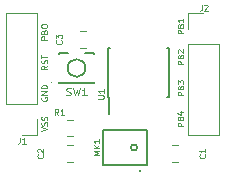
<source format=gbr>
G04 #@! TF.GenerationSoftware,KiCad,Pcbnew,(5.0.1)-4*
G04 #@! TF.CreationDate,2019-02-09T15:25:37-05:00*
G04 #@! TF.ProjectId,noname.kicad_pcb_V1_2,6E6F6E616D652E6B696361645F706362,rev?*
G04 #@! TF.SameCoordinates,Original*
G04 #@! TF.FileFunction,Legend,Top*
G04 #@! TF.FilePolarity,Positive*
%FSLAX46Y46*%
G04 Gerber Fmt 4.6, Leading zero omitted, Abs format (unit mm)*
G04 Created by KiCad (PCBNEW (5.0.1)-4) date 2/9/2019 3:25:37 PM*
%MOMM*%
%LPD*%
G01*
G04 APERTURE LIST*
%ADD10C,0.125000*%
%ADD11C,0.100000*%
%ADD12C,0.127000*%
%ADD13C,0.150000*%
%ADD14C,0.254000*%
%ADD15C,0.200000*%
%ADD16C,0.120000*%
%ADD17C,0.050000*%
G04 APERTURE END LIST*
D10*
X102113590Y-61359003D02*
X102613590Y-61192337D01*
X102113590Y-61025670D01*
X102589780Y-60882813D02*
X102613590Y-60811384D01*
X102613590Y-60692337D01*
X102589780Y-60644718D01*
X102565971Y-60620908D01*
X102518352Y-60597099D01*
X102470733Y-60597099D01*
X102423114Y-60620908D01*
X102399304Y-60644718D01*
X102375495Y-60692337D01*
X102351685Y-60787575D01*
X102327876Y-60835194D01*
X102304066Y-60859003D01*
X102256447Y-60882813D01*
X102208828Y-60882813D01*
X102161209Y-60859003D01*
X102137400Y-60835194D01*
X102113590Y-60787575D01*
X102113590Y-60668527D01*
X102137400Y-60597099D01*
X102589780Y-60406622D02*
X102613590Y-60335194D01*
X102613590Y-60216146D01*
X102589780Y-60168527D01*
X102565971Y-60144718D01*
X102518352Y-60120908D01*
X102470733Y-60120908D01*
X102423114Y-60144718D01*
X102399304Y-60168527D01*
X102375495Y-60216146D01*
X102351685Y-60311384D01*
X102327876Y-60359003D01*
X102304066Y-60382813D01*
X102256447Y-60406622D01*
X102208828Y-60406622D01*
X102161209Y-60382813D01*
X102137400Y-60359003D01*
X102113590Y-60311384D01*
X102113590Y-60192337D01*
X102137400Y-60120908D01*
X102137400Y-58501860D02*
X102113590Y-58549480D01*
X102113590Y-58620908D01*
X102137400Y-58692337D01*
X102185019Y-58739956D01*
X102232638Y-58763765D01*
X102327876Y-58787575D01*
X102399304Y-58787575D01*
X102494542Y-58763765D01*
X102542161Y-58739956D01*
X102589780Y-58692337D01*
X102613590Y-58620908D01*
X102613590Y-58573289D01*
X102589780Y-58501860D01*
X102565971Y-58478051D01*
X102399304Y-58478051D01*
X102399304Y-58573289D01*
X102613590Y-58263765D02*
X102113590Y-58263765D01*
X102613590Y-57978051D01*
X102113590Y-57978051D01*
X102613590Y-57739956D02*
X102113590Y-57739956D01*
X102113590Y-57620908D01*
X102137400Y-57549480D01*
X102185019Y-57501860D01*
X102232638Y-57478051D01*
X102327876Y-57454241D01*
X102399304Y-57454241D01*
X102494542Y-57478051D01*
X102542161Y-57501860D01*
X102589780Y-57549480D01*
X102613590Y-57620908D01*
X102613590Y-57739956D01*
X102613590Y-55811384D02*
X102375495Y-55978051D01*
X102613590Y-56097099D02*
X102113590Y-56097099D01*
X102113590Y-55906622D01*
X102137400Y-55859003D01*
X102161209Y-55835194D01*
X102208828Y-55811384D01*
X102280257Y-55811384D01*
X102327876Y-55835194D01*
X102351685Y-55859003D01*
X102375495Y-55906622D01*
X102375495Y-56097099D01*
X102589780Y-55620908D02*
X102613590Y-55549480D01*
X102613590Y-55430432D01*
X102589780Y-55382813D01*
X102565971Y-55359003D01*
X102518352Y-55335194D01*
X102470733Y-55335194D01*
X102423114Y-55359003D01*
X102399304Y-55382813D01*
X102375495Y-55430432D01*
X102351685Y-55525670D01*
X102327876Y-55573289D01*
X102304066Y-55597099D01*
X102256447Y-55620908D01*
X102208828Y-55620908D01*
X102161209Y-55597099D01*
X102137400Y-55573289D01*
X102113590Y-55525670D01*
X102113590Y-55406622D01*
X102137400Y-55335194D01*
X102113590Y-55192337D02*
X102113590Y-54906622D01*
X102613590Y-55049480D02*
X102113590Y-55049480D01*
X102613590Y-53597099D02*
X102113590Y-53597099D01*
X102113590Y-53406622D01*
X102137400Y-53359003D01*
X102161209Y-53335194D01*
X102208828Y-53311384D01*
X102280257Y-53311384D01*
X102327876Y-53335194D01*
X102351685Y-53359003D01*
X102375495Y-53406622D01*
X102375495Y-53597099D01*
X102351685Y-52930432D02*
X102375495Y-52859003D01*
X102399304Y-52835194D01*
X102446923Y-52811384D01*
X102518352Y-52811384D01*
X102565971Y-52835194D01*
X102589780Y-52859003D01*
X102613590Y-52906622D01*
X102613590Y-53097099D01*
X102113590Y-53097099D01*
X102113590Y-52930432D01*
X102137400Y-52882813D01*
X102161209Y-52859003D01*
X102208828Y-52835194D01*
X102256447Y-52835194D01*
X102304066Y-52859003D01*
X102327876Y-52882813D01*
X102351685Y-52930432D01*
X102351685Y-53097099D01*
X102113590Y-52501860D02*
X102113590Y-52406622D01*
X102137400Y-52359003D01*
X102185019Y-52311384D01*
X102280257Y-52287575D01*
X102446923Y-52287575D01*
X102542161Y-52311384D01*
X102589780Y-52359003D01*
X102613590Y-52406622D01*
X102613590Y-52501860D01*
X102589780Y-52549480D01*
X102542161Y-52597099D01*
X102446923Y-52620908D01*
X102280257Y-52620908D01*
X102185019Y-52597099D01*
X102137400Y-52549480D01*
X102113590Y-52501860D01*
X114145190Y-60935619D02*
X113645190Y-60935619D01*
X113645190Y-60745142D01*
X113669000Y-60697523D01*
X113692809Y-60673714D01*
X113740428Y-60649904D01*
X113811857Y-60649904D01*
X113859476Y-60673714D01*
X113883285Y-60697523D01*
X113907095Y-60745142D01*
X113907095Y-60935619D01*
X113883285Y-60268952D02*
X113907095Y-60197523D01*
X113930904Y-60173714D01*
X113978523Y-60149904D01*
X114049952Y-60149904D01*
X114097571Y-60173714D01*
X114121380Y-60197523D01*
X114145190Y-60245142D01*
X114145190Y-60435619D01*
X113645190Y-60435619D01*
X113645190Y-60268952D01*
X113669000Y-60221333D01*
X113692809Y-60197523D01*
X113740428Y-60173714D01*
X113788047Y-60173714D01*
X113835666Y-60197523D01*
X113859476Y-60221333D01*
X113883285Y-60268952D01*
X113883285Y-60435619D01*
X113811857Y-59721333D02*
X114145190Y-59721333D01*
X113621380Y-59840380D02*
X113978523Y-59959428D01*
X113978523Y-59649904D01*
X114145190Y-58316571D02*
X113645190Y-58316571D01*
X113645190Y-58126095D01*
X113669000Y-58078476D01*
X113692809Y-58054666D01*
X113740428Y-58030857D01*
X113811857Y-58030857D01*
X113859476Y-58054666D01*
X113883285Y-58078476D01*
X113907095Y-58126095D01*
X113907095Y-58316571D01*
X113883285Y-57649904D02*
X113907095Y-57578476D01*
X113930904Y-57554666D01*
X113978523Y-57530857D01*
X114049952Y-57530857D01*
X114097571Y-57554666D01*
X114121380Y-57578476D01*
X114145190Y-57626095D01*
X114145190Y-57816571D01*
X113645190Y-57816571D01*
X113645190Y-57649904D01*
X113669000Y-57602285D01*
X113692809Y-57578476D01*
X113740428Y-57554666D01*
X113788047Y-57554666D01*
X113835666Y-57578476D01*
X113859476Y-57602285D01*
X113883285Y-57649904D01*
X113883285Y-57816571D01*
X113645190Y-57364190D02*
X113645190Y-57054666D01*
X113835666Y-57221333D01*
X113835666Y-57149904D01*
X113859476Y-57102285D01*
X113883285Y-57078476D01*
X113930904Y-57054666D01*
X114049952Y-57054666D01*
X114097571Y-57078476D01*
X114121380Y-57102285D01*
X114145190Y-57149904D01*
X114145190Y-57292761D01*
X114121380Y-57340380D01*
X114097571Y-57364190D01*
X114145190Y-55697523D02*
X113645190Y-55697523D01*
X113645190Y-55507047D01*
X113669000Y-55459428D01*
X113692809Y-55435619D01*
X113740428Y-55411809D01*
X113811857Y-55411809D01*
X113859476Y-55435619D01*
X113883285Y-55459428D01*
X113907095Y-55507047D01*
X113907095Y-55697523D01*
X113883285Y-55030857D02*
X113907095Y-54959428D01*
X113930904Y-54935619D01*
X113978523Y-54911809D01*
X114049952Y-54911809D01*
X114097571Y-54935619D01*
X114121380Y-54959428D01*
X114145190Y-55007047D01*
X114145190Y-55197523D01*
X113645190Y-55197523D01*
X113645190Y-55030857D01*
X113669000Y-54983238D01*
X113692809Y-54959428D01*
X113740428Y-54935619D01*
X113788047Y-54935619D01*
X113835666Y-54959428D01*
X113859476Y-54983238D01*
X113883285Y-55030857D01*
X113883285Y-55197523D01*
X113692809Y-54721333D02*
X113669000Y-54697523D01*
X113645190Y-54649904D01*
X113645190Y-54530857D01*
X113669000Y-54483238D01*
X113692809Y-54459428D01*
X113740428Y-54435619D01*
X113788047Y-54435619D01*
X113859476Y-54459428D01*
X114145190Y-54745142D01*
X114145190Y-54435619D01*
X114145190Y-53078476D02*
X113645190Y-53078476D01*
X113645190Y-52888000D01*
X113669000Y-52840380D01*
X113692809Y-52816571D01*
X113740428Y-52792761D01*
X113811857Y-52792761D01*
X113859476Y-52816571D01*
X113883285Y-52840380D01*
X113907095Y-52888000D01*
X113907095Y-53078476D01*
X113883285Y-52411809D02*
X113907095Y-52340380D01*
X113930904Y-52316571D01*
X113978523Y-52292761D01*
X114049952Y-52292761D01*
X114097571Y-52316571D01*
X114121380Y-52340380D01*
X114145190Y-52388000D01*
X114145190Y-52578476D01*
X113645190Y-52578476D01*
X113645190Y-52411809D01*
X113669000Y-52364190D01*
X113692809Y-52340380D01*
X113740428Y-52316571D01*
X113788047Y-52316571D01*
X113835666Y-52340380D01*
X113859476Y-52364190D01*
X113883285Y-52411809D01*
X113883285Y-52578476D01*
X114145190Y-51816571D02*
X114145190Y-52102285D01*
X114145190Y-51959428D02*
X113645190Y-51959428D01*
X113716619Y-52007047D01*
X113764238Y-52054666D01*
X113788047Y-52102285D01*
D11*
G04 #@! TO.C,SW1*
X102992500Y-57257000D02*
G75*
G03X102992500Y-57257000I-50000J0D01*
G01*
D12*
X103592500Y-54757000D02*
X104392500Y-54757000D01*
X103592500Y-54857000D02*
X103592500Y-54757000D01*
X106592500Y-54757000D02*
X105792500Y-54757000D01*
X106592500Y-54857000D02*
X106592500Y-54757000D01*
X103592500Y-57257000D02*
X103592500Y-57157000D01*
X106592500Y-57257000D02*
X103592500Y-57257000D01*
X106592500Y-57157000D02*
X106592500Y-57257000D01*
X105842500Y-56007000D02*
G75*
G03X105842500Y-56007000I-750000J0D01*
G01*
D13*
G04 #@! TO.C,MK1*
X110210600Y-62738000D02*
G75*
G03X110210600Y-62738000I-250000J0D01*
G01*
D14*
X110467000Y-64730000D02*
G75*
G03X110467000Y-64730000I-21000J0D01*
G01*
D15*
X107340000Y-64213000D02*
X107340000Y-61263000D01*
X111100000Y-64213000D02*
X107340000Y-64213000D01*
X111100000Y-61263000D02*
X111100000Y-64213000D01*
X107340000Y-61263000D02*
X111100000Y-61263000D01*
D16*
G04 #@! TO.C,J1*
X101787000Y-61655000D02*
X100457000Y-61655000D01*
X101787000Y-60325000D02*
X101787000Y-61655000D01*
X101787000Y-59055000D02*
X99127000Y-59055000D01*
X99127000Y-59055000D02*
X99127000Y-51375000D01*
X101787000Y-59055000D02*
X101787000Y-51375000D01*
X101787000Y-51375000D02*
X99127000Y-51375000D01*
D13*
G04 #@! TO.C,U1*
X107838000Y-58463000D02*
X107838000Y-59863000D01*
X112938000Y-58463000D02*
X112938000Y-54313000D01*
X107788000Y-58463000D02*
X107788000Y-54313000D01*
X112938000Y-58463000D02*
X112793000Y-58463000D01*
X112938000Y-54313000D02*
X112793000Y-54313000D01*
X107788000Y-54313000D02*
X107933000Y-54313000D01*
X107788000Y-58463000D02*
X107838000Y-58463000D01*
D16*
G04 #@! TO.C,J2*
X114494000Y-51375000D02*
X115824000Y-51375000D01*
X114494000Y-52705000D02*
X114494000Y-51375000D01*
X114494000Y-53975000D02*
X117154000Y-53975000D01*
X117154000Y-53975000D02*
X117154000Y-61655000D01*
X114494000Y-53975000D02*
X114494000Y-61655000D01*
X114494000Y-61655000D02*
X117154000Y-61655000D01*
G04 #@! TO.C,C1*
X113149748Y-63956000D02*
X113672252Y-63956000D01*
X113149748Y-62536000D02*
X113672252Y-62536000D01*
G04 #@! TO.C,C2*
X104259748Y-63956000D02*
X104782252Y-63956000D01*
X104259748Y-62536000D02*
X104782252Y-62536000D01*
G04 #@! TO.C,C3*
X105925252Y-52884000D02*
X105402748Y-52884000D01*
X105925252Y-54304000D02*
X105402748Y-54304000D01*
G04 #@! TO.C,R1*
X104782252Y-60377000D02*
X104259748Y-60377000D01*
X104782252Y-61797000D02*
X104259748Y-61797000D01*
G04 #@! TO.C,SW1*
D17*
X104237720Y-58298486D02*
X104329303Y-58329014D01*
X104481942Y-58329014D01*
X104542998Y-58298486D01*
X104573526Y-58267958D01*
X104604054Y-58206903D01*
X104604054Y-58145847D01*
X104573526Y-58084791D01*
X104542998Y-58054263D01*
X104481942Y-58023736D01*
X104359831Y-57993208D01*
X104298775Y-57962680D01*
X104268247Y-57932152D01*
X104237720Y-57871096D01*
X104237720Y-57810041D01*
X104268247Y-57748985D01*
X104298775Y-57718457D01*
X104359831Y-57687929D01*
X104512470Y-57687929D01*
X104604054Y-57718457D01*
X104817749Y-57687929D02*
X104970388Y-58329014D01*
X105092500Y-57871096D01*
X105214611Y-58329014D01*
X105367250Y-57687929D01*
X105947280Y-58329014D02*
X105580945Y-58329014D01*
X105764112Y-58329014D02*
X105764112Y-57687929D01*
X105703057Y-57779513D01*
X105642001Y-57840568D01*
X105580945Y-57871096D01*
G04 #@! TO.C,MK1*
D10*
X107033190Y-63392761D02*
X106533190Y-63392761D01*
X106890333Y-63226095D01*
X106533190Y-63059428D01*
X107033190Y-63059428D01*
X107033190Y-62821333D02*
X106533190Y-62821333D01*
X107033190Y-62535619D02*
X106747476Y-62749904D01*
X106533190Y-62535619D02*
X106818904Y-62821333D01*
X107033190Y-62059428D02*
X107033190Y-62345142D01*
X107033190Y-62202285D02*
X106533190Y-62202285D01*
X106604619Y-62249904D01*
X106652238Y-62297523D01*
X106676047Y-62345142D01*
G04 #@! TO.C,J1*
X100285253Y-61905390D02*
X100285253Y-62262533D01*
X100261443Y-62333961D01*
X100213824Y-62381580D01*
X100142396Y-62405390D01*
X100094777Y-62405390D01*
X100785253Y-62405390D02*
X100499539Y-62405390D01*
X100642396Y-62405390D02*
X100642396Y-61905390D01*
X100594777Y-61976819D01*
X100547158Y-62024438D01*
X100499539Y-62048247D01*
G04 #@! TO.C,U1*
X106914190Y-58610452D02*
X107318952Y-58610452D01*
X107366571Y-58586642D01*
X107390380Y-58562833D01*
X107414190Y-58515214D01*
X107414190Y-58419976D01*
X107390380Y-58372357D01*
X107366571Y-58348547D01*
X107318952Y-58324738D01*
X106914190Y-58324738D01*
X107414190Y-57824738D02*
X107414190Y-58110452D01*
X107414190Y-57967595D02*
X106914190Y-57967595D01*
X106985619Y-58015214D01*
X107033238Y-58062833D01*
X107057047Y-58110452D01*
G04 #@! TO.C,J2*
X115703053Y-50655730D02*
X115703053Y-51012873D01*
X115679243Y-51084301D01*
X115631624Y-51131920D01*
X115560196Y-51155730D01*
X115512577Y-51155730D01*
X115917339Y-50703349D02*
X115941148Y-50679540D01*
X115988767Y-50655730D01*
X116107815Y-50655730D01*
X116155434Y-50679540D01*
X116179243Y-50703349D01*
X116203053Y-50750968D01*
X116203053Y-50798587D01*
X116179243Y-50870016D01*
X115893529Y-51155730D01*
X116203053Y-51155730D01*
G04 #@! TO.C,C1*
X115939071Y-63329333D02*
X115962880Y-63353142D01*
X115986690Y-63424571D01*
X115986690Y-63472190D01*
X115962880Y-63543619D01*
X115915261Y-63591238D01*
X115867642Y-63615047D01*
X115772404Y-63638857D01*
X115700976Y-63638857D01*
X115605738Y-63615047D01*
X115558119Y-63591238D01*
X115510500Y-63543619D01*
X115486690Y-63472190D01*
X115486690Y-63424571D01*
X115510500Y-63353142D01*
X115534309Y-63329333D01*
X115986690Y-62853142D02*
X115986690Y-63138857D01*
X115986690Y-62996000D02*
X115486690Y-62996000D01*
X115558119Y-63043619D01*
X115605738Y-63091238D01*
X115629547Y-63138857D01*
G04 #@! TO.C,C2*
X102223071Y-63329333D02*
X102246880Y-63353142D01*
X102270690Y-63424571D01*
X102270690Y-63472190D01*
X102246880Y-63543619D01*
X102199261Y-63591238D01*
X102151642Y-63615047D01*
X102056404Y-63638857D01*
X101984976Y-63638857D01*
X101889738Y-63615047D01*
X101842119Y-63591238D01*
X101794500Y-63543619D01*
X101770690Y-63472190D01*
X101770690Y-63424571D01*
X101794500Y-63353142D01*
X101818309Y-63329333D01*
X101818309Y-63138857D02*
X101794500Y-63115047D01*
X101770690Y-63067428D01*
X101770690Y-62948380D01*
X101794500Y-62900761D01*
X101818309Y-62876952D01*
X101865928Y-62853142D01*
X101913547Y-62853142D01*
X101984976Y-62876952D01*
X102270690Y-63162666D01*
X102270690Y-62853142D01*
G04 #@! TO.C,C3*
X103800411Y-53674793D02*
X103824220Y-53698602D01*
X103848030Y-53770031D01*
X103848030Y-53817650D01*
X103824220Y-53889079D01*
X103776601Y-53936698D01*
X103728982Y-53960507D01*
X103633744Y-53984317D01*
X103562316Y-53984317D01*
X103467078Y-53960507D01*
X103419459Y-53936698D01*
X103371840Y-53889079D01*
X103348030Y-53817650D01*
X103348030Y-53770031D01*
X103371840Y-53698602D01*
X103395649Y-53674793D01*
X103348030Y-53508126D02*
X103348030Y-53198602D01*
X103538506Y-53365269D01*
X103538506Y-53293840D01*
X103562316Y-53246221D01*
X103586125Y-53222412D01*
X103633744Y-53198602D01*
X103752792Y-53198602D01*
X103800411Y-53222412D01*
X103824220Y-53246221D01*
X103848030Y-53293840D01*
X103848030Y-53436698D01*
X103824220Y-53484317D01*
X103800411Y-53508126D01*
G04 #@! TO.C,R1*
X103548666Y-59979690D02*
X103382000Y-59741595D01*
X103262952Y-59979690D02*
X103262952Y-59479690D01*
X103453428Y-59479690D01*
X103501047Y-59503500D01*
X103524857Y-59527309D01*
X103548666Y-59574928D01*
X103548666Y-59646357D01*
X103524857Y-59693976D01*
X103501047Y-59717785D01*
X103453428Y-59741595D01*
X103262952Y-59741595D01*
X104024857Y-59979690D02*
X103739142Y-59979690D01*
X103882000Y-59979690D02*
X103882000Y-59479690D01*
X103834380Y-59551119D01*
X103786761Y-59598738D01*
X103739142Y-59622547D01*
G04 #@! TD*
M02*

</source>
